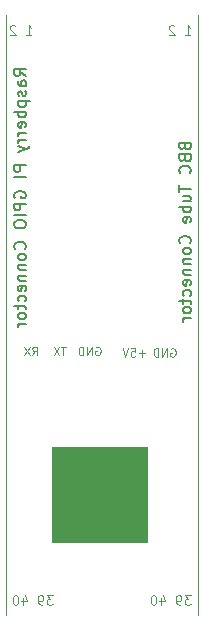
<source format=gbr>
%TF.GenerationSoftware,KiCad,Pcbnew,9.0.0*%
%TF.CreationDate,2025-03-31T20:31:44+01:00*%
%TF.ProjectId,TubeAdaptor,54756265-4164-4617-9074-6f722e6b6963,02a*%
%TF.SameCoordinates,Original*%
%TF.FileFunction,Legend,Bot*%
%TF.FilePolarity,Positive*%
%FSLAX46Y46*%
G04 Gerber Fmt 4.6, Leading zero omitted, Abs format (unit mm)*
G04 Created by KiCad (PCBNEW 9.0.0) date 2025-03-31 20:31:44*
%MOMM*%
%LPD*%
G01*
G04 APERTURE LIST*
%ADD10C,0.120000*%
%ADD11C,0.100000*%
%ADD12C,0.150000*%
G04 APERTURE END LIST*
D10*
X144932400Y-105410000D02*
X144932400Y-54610000D01*
X132630400Y-91188000D02*
X140630400Y-91188000D01*
X140630400Y-99188000D01*
X132630400Y-99188000D01*
X132630400Y-91188000D01*
G36*
X132630400Y-91188000D02*
G01*
X140630400Y-91188000D01*
X140630400Y-99188000D01*
X132630400Y-99188000D01*
X132630400Y-91188000D01*
G37*
X128676400Y-54610000D02*
X128676400Y-105410000D01*
D11*
X130403543Y-56244895D02*
X130860686Y-56244895D01*
X130632114Y-56244895D02*
X130632114Y-55444895D01*
X130632114Y-55444895D02*
X130708305Y-55559180D01*
X130708305Y-55559180D02*
X130784495Y-55635371D01*
X130784495Y-55635371D02*
X130860686Y-55673466D01*
X129489257Y-55521085D02*
X129451161Y-55482990D01*
X129451161Y-55482990D02*
X129374971Y-55444895D01*
X129374971Y-55444895D02*
X129184495Y-55444895D01*
X129184495Y-55444895D02*
X129108304Y-55482990D01*
X129108304Y-55482990D02*
X129070209Y-55521085D01*
X129070209Y-55521085D02*
X129032114Y-55597276D01*
X129032114Y-55597276D02*
X129032114Y-55673466D01*
X129032114Y-55673466D02*
X129070209Y-55787752D01*
X129070209Y-55787752D02*
X129527352Y-56244895D01*
X129527352Y-56244895D02*
X129032114Y-56244895D01*
X143865543Y-56244895D02*
X144322686Y-56244895D01*
X144094114Y-56244895D02*
X144094114Y-55444895D01*
X144094114Y-55444895D02*
X144170305Y-55559180D01*
X144170305Y-55559180D02*
X144246495Y-55635371D01*
X144246495Y-55635371D02*
X144322686Y-55673466D01*
X142951257Y-55521085D02*
X142913161Y-55482990D01*
X142913161Y-55482990D02*
X142836971Y-55444895D01*
X142836971Y-55444895D02*
X142646495Y-55444895D01*
X142646495Y-55444895D02*
X142570304Y-55482990D01*
X142570304Y-55482990D02*
X142532209Y-55521085D01*
X142532209Y-55521085D02*
X142494114Y-55597276D01*
X142494114Y-55597276D02*
X142494114Y-55673466D01*
X142494114Y-55673466D02*
X142532209Y-55787752D01*
X142532209Y-55787752D02*
X142989352Y-56244895D01*
X142989352Y-56244895D02*
X142494114Y-56244895D01*
D12*
X130401219Y-59742084D02*
X129925028Y-59408751D01*
X130401219Y-59170656D02*
X129401219Y-59170656D01*
X129401219Y-59170656D02*
X129401219Y-59551608D01*
X129401219Y-59551608D02*
X129448838Y-59646846D01*
X129448838Y-59646846D02*
X129496457Y-59694465D01*
X129496457Y-59694465D02*
X129591695Y-59742084D01*
X129591695Y-59742084D02*
X129734552Y-59742084D01*
X129734552Y-59742084D02*
X129829790Y-59694465D01*
X129829790Y-59694465D02*
X129877409Y-59646846D01*
X129877409Y-59646846D02*
X129925028Y-59551608D01*
X129925028Y-59551608D02*
X129925028Y-59170656D01*
X130401219Y-60599227D02*
X129877409Y-60599227D01*
X129877409Y-60599227D02*
X129782171Y-60551608D01*
X129782171Y-60551608D02*
X129734552Y-60456370D01*
X129734552Y-60456370D02*
X129734552Y-60265894D01*
X129734552Y-60265894D02*
X129782171Y-60170656D01*
X130353600Y-60599227D02*
X130401219Y-60503989D01*
X130401219Y-60503989D02*
X130401219Y-60265894D01*
X130401219Y-60265894D02*
X130353600Y-60170656D01*
X130353600Y-60170656D02*
X130258361Y-60123037D01*
X130258361Y-60123037D02*
X130163123Y-60123037D01*
X130163123Y-60123037D02*
X130067885Y-60170656D01*
X130067885Y-60170656D02*
X130020266Y-60265894D01*
X130020266Y-60265894D02*
X130020266Y-60503989D01*
X130020266Y-60503989D02*
X129972647Y-60599227D01*
X130353600Y-61027799D02*
X130401219Y-61123037D01*
X130401219Y-61123037D02*
X130401219Y-61313513D01*
X130401219Y-61313513D02*
X130353600Y-61408751D01*
X130353600Y-61408751D02*
X130258361Y-61456370D01*
X130258361Y-61456370D02*
X130210742Y-61456370D01*
X130210742Y-61456370D02*
X130115504Y-61408751D01*
X130115504Y-61408751D02*
X130067885Y-61313513D01*
X130067885Y-61313513D02*
X130067885Y-61170656D01*
X130067885Y-61170656D02*
X130020266Y-61075418D01*
X130020266Y-61075418D02*
X129925028Y-61027799D01*
X129925028Y-61027799D02*
X129877409Y-61027799D01*
X129877409Y-61027799D02*
X129782171Y-61075418D01*
X129782171Y-61075418D02*
X129734552Y-61170656D01*
X129734552Y-61170656D02*
X129734552Y-61313513D01*
X129734552Y-61313513D02*
X129782171Y-61408751D01*
X129734552Y-61884942D02*
X130734552Y-61884942D01*
X129782171Y-61884942D02*
X129734552Y-61980180D01*
X129734552Y-61980180D02*
X129734552Y-62170656D01*
X129734552Y-62170656D02*
X129782171Y-62265894D01*
X129782171Y-62265894D02*
X129829790Y-62313513D01*
X129829790Y-62313513D02*
X129925028Y-62361132D01*
X129925028Y-62361132D02*
X130210742Y-62361132D01*
X130210742Y-62361132D02*
X130305980Y-62313513D01*
X130305980Y-62313513D02*
X130353600Y-62265894D01*
X130353600Y-62265894D02*
X130401219Y-62170656D01*
X130401219Y-62170656D02*
X130401219Y-61980180D01*
X130401219Y-61980180D02*
X130353600Y-61884942D01*
X130401219Y-62789704D02*
X129401219Y-62789704D01*
X129782171Y-62789704D02*
X129734552Y-62884942D01*
X129734552Y-62884942D02*
X129734552Y-63075418D01*
X129734552Y-63075418D02*
X129782171Y-63170656D01*
X129782171Y-63170656D02*
X129829790Y-63218275D01*
X129829790Y-63218275D02*
X129925028Y-63265894D01*
X129925028Y-63265894D02*
X130210742Y-63265894D01*
X130210742Y-63265894D02*
X130305980Y-63218275D01*
X130305980Y-63218275D02*
X130353600Y-63170656D01*
X130353600Y-63170656D02*
X130401219Y-63075418D01*
X130401219Y-63075418D02*
X130401219Y-62884942D01*
X130401219Y-62884942D02*
X130353600Y-62789704D01*
X130353600Y-64075418D02*
X130401219Y-63980180D01*
X130401219Y-63980180D02*
X130401219Y-63789704D01*
X130401219Y-63789704D02*
X130353600Y-63694466D01*
X130353600Y-63694466D02*
X130258361Y-63646847D01*
X130258361Y-63646847D02*
X129877409Y-63646847D01*
X129877409Y-63646847D02*
X129782171Y-63694466D01*
X129782171Y-63694466D02*
X129734552Y-63789704D01*
X129734552Y-63789704D02*
X129734552Y-63980180D01*
X129734552Y-63980180D02*
X129782171Y-64075418D01*
X129782171Y-64075418D02*
X129877409Y-64123037D01*
X129877409Y-64123037D02*
X129972647Y-64123037D01*
X129972647Y-64123037D02*
X130067885Y-63646847D01*
X130401219Y-64551609D02*
X129734552Y-64551609D01*
X129925028Y-64551609D02*
X129829790Y-64599228D01*
X129829790Y-64599228D02*
X129782171Y-64646847D01*
X129782171Y-64646847D02*
X129734552Y-64742085D01*
X129734552Y-64742085D02*
X129734552Y-64837323D01*
X130401219Y-65170657D02*
X129734552Y-65170657D01*
X129925028Y-65170657D02*
X129829790Y-65218276D01*
X129829790Y-65218276D02*
X129782171Y-65265895D01*
X129782171Y-65265895D02*
X129734552Y-65361133D01*
X129734552Y-65361133D02*
X129734552Y-65456371D01*
X129734552Y-65694467D02*
X130401219Y-65932562D01*
X129734552Y-66170657D02*
X130401219Y-65932562D01*
X130401219Y-65932562D02*
X130639314Y-65837324D01*
X130639314Y-65837324D02*
X130686933Y-65789705D01*
X130686933Y-65789705D02*
X130734552Y-65694467D01*
X130401219Y-67313515D02*
X129401219Y-67313515D01*
X129401219Y-67313515D02*
X129401219Y-67694467D01*
X129401219Y-67694467D02*
X129448838Y-67789705D01*
X129448838Y-67789705D02*
X129496457Y-67837324D01*
X129496457Y-67837324D02*
X129591695Y-67884943D01*
X129591695Y-67884943D02*
X129734552Y-67884943D01*
X129734552Y-67884943D02*
X129829790Y-67837324D01*
X129829790Y-67837324D02*
X129877409Y-67789705D01*
X129877409Y-67789705D02*
X129925028Y-67694467D01*
X129925028Y-67694467D02*
X129925028Y-67313515D01*
X130401219Y-68313515D02*
X129401219Y-68313515D01*
X129448838Y-70075419D02*
X129401219Y-69980181D01*
X129401219Y-69980181D02*
X129401219Y-69837324D01*
X129401219Y-69837324D02*
X129448838Y-69694467D01*
X129448838Y-69694467D02*
X129544076Y-69599229D01*
X129544076Y-69599229D02*
X129639314Y-69551610D01*
X129639314Y-69551610D02*
X129829790Y-69503991D01*
X129829790Y-69503991D02*
X129972647Y-69503991D01*
X129972647Y-69503991D02*
X130163123Y-69551610D01*
X130163123Y-69551610D02*
X130258361Y-69599229D01*
X130258361Y-69599229D02*
X130353600Y-69694467D01*
X130353600Y-69694467D02*
X130401219Y-69837324D01*
X130401219Y-69837324D02*
X130401219Y-69932562D01*
X130401219Y-69932562D02*
X130353600Y-70075419D01*
X130353600Y-70075419D02*
X130305980Y-70123038D01*
X130305980Y-70123038D02*
X129972647Y-70123038D01*
X129972647Y-70123038D02*
X129972647Y-69932562D01*
X130401219Y-70551610D02*
X129401219Y-70551610D01*
X129401219Y-70551610D02*
X129401219Y-70932562D01*
X129401219Y-70932562D02*
X129448838Y-71027800D01*
X129448838Y-71027800D02*
X129496457Y-71075419D01*
X129496457Y-71075419D02*
X129591695Y-71123038D01*
X129591695Y-71123038D02*
X129734552Y-71123038D01*
X129734552Y-71123038D02*
X129829790Y-71075419D01*
X129829790Y-71075419D02*
X129877409Y-71027800D01*
X129877409Y-71027800D02*
X129925028Y-70932562D01*
X129925028Y-70932562D02*
X129925028Y-70551610D01*
X130401219Y-71551610D02*
X129401219Y-71551610D01*
X129401219Y-72218276D02*
X129401219Y-72408752D01*
X129401219Y-72408752D02*
X129448838Y-72503990D01*
X129448838Y-72503990D02*
X129544076Y-72599228D01*
X129544076Y-72599228D02*
X129734552Y-72646847D01*
X129734552Y-72646847D02*
X130067885Y-72646847D01*
X130067885Y-72646847D02*
X130258361Y-72599228D01*
X130258361Y-72599228D02*
X130353600Y-72503990D01*
X130353600Y-72503990D02*
X130401219Y-72408752D01*
X130401219Y-72408752D02*
X130401219Y-72218276D01*
X130401219Y-72218276D02*
X130353600Y-72123038D01*
X130353600Y-72123038D02*
X130258361Y-72027800D01*
X130258361Y-72027800D02*
X130067885Y-71980181D01*
X130067885Y-71980181D02*
X129734552Y-71980181D01*
X129734552Y-71980181D02*
X129544076Y-72027800D01*
X129544076Y-72027800D02*
X129448838Y-72123038D01*
X129448838Y-72123038D02*
X129401219Y-72218276D01*
X130305980Y-74408752D02*
X130353600Y-74361133D01*
X130353600Y-74361133D02*
X130401219Y-74218276D01*
X130401219Y-74218276D02*
X130401219Y-74123038D01*
X130401219Y-74123038D02*
X130353600Y-73980181D01*
X130353600Y-73980181D02*
X130258361Y-73884943D01*
X130258361Y-73884943D02*
X130163123Y-73837324D01*
X130163123Y-73837324D02*
X129972647Y-73789705D01*
X129972647Y-73789705D02*
X129829790Y-73789705D01*
X129829790Y-73789705D02*
X129639314Y-73837324D01*
X129639314Y-73837324D02*
X129544076Y-73884943D01*
X129544076Y-73884943D02*
X129448838Y-73980181D01*
X129448838Y-73980181D02*
X129401219Y-74123038D01*
X129401219Y-74123038D02*
X129401219Y-74218276D01*
X129401219Y-74218276D02*
X129448838Y-74361133D01*
X129448838Y-74361133D02*
X129496457Y-74408752D01*
X130401219Y-74980181D02*
X130353600Y-74884943D01*
X130353600Y-74884943D02*
X130305980Y-74837324D01*
X130305980Y-74837324D02*
X130210742Y-74789705D01*
X130210742Y-74789705D02*
X129925028Y-74789705D01*
X129925028Y-74789705D02*
X129829790Y-74837324D01*
X129829790Y-74837324D02*
X129782171Y-74884943D01*
X129782171Y-74884943D02*
X129734552Y-74980181D01*
X129734552Y-74980181D02*
X129734552Y-75123038D01*
X129734552Y-75123038D02*
X129782171Y-75218276D01*
X129782171Y-75218276D02*
X129829790Y-75265895D01*
X129829790Y-75265895D02*
X129925028Y-75313514D01*
X129925028Y-75313514D02*
X130210742Y-75313514D01*
X130210742Y-75313514D02*
X130305980Y-75265895D01*
X130305980Y-75265895D02*
X130353600Y-75218276D01*
X130353600Y-75218276D02*
X130401219Y-75123038D01*
X130401219Y-75123038D02*
X130401219Y-74980181D01*
X129734552Y-75742086D02*
X130401219Y-75742086D01*
X129829790Y-75742086D02*
X129782171Y-75789705D01*
X129782171Y-75789705D02*
X129734552Y-75884943D01*
X129734552Y-75884943D02*
X129734552Y-76027800D01*
X129734552Y-76027800D02*
X129782171Y-76123038D01*
X129782171Y-76123038D02*
X129877409Y-76170657D01*
X129877409Y-76170657D02*
X130401219Y-76170657D01*
X129734552Y-76646848D02*
X130401219Y-76646848D01*
X129829790Y-76646848D02*
X129782171Y-76694467D01*
X129782171Y-76694467D02*
X129734552Y-76789705D01*
X129734552Y-76789705D02*
X129734552Y-76932562D01*
X129734552Y-76932562D02*
X129782171Y-77027800D01*
X129782171Y-77027800D02*
X129877409Y-77075419D01*
X129877409Y-77075419D02*
X130401219Y-77075419D01*
X130353600Y-77932562D02*
X130401219Y-77837324D01*
X130401219Y-77837324D02*
X130401219Y-77646848D01*
X130401219Y-77646848D02*
X130353600Y-77551610D01*
X130353600Y-77551610D02*
X130258361Y-77503991D01*
X130258361Y-77503991D02*
X129877409Y-77503991D01*
X129877409Y-77503991D02*
X129782171Y-77551610D01*
X129782171Y-77551610D02*
X129734552Y-77646848D01*
X129734552Y-77646848D02*
X129734552Y-77837324D01*
X129734552Y-77837324D02*
X129782171Y-77932562D01*
X129782171Y-77932562D02*
X129877409Y-77980181D01*
X129877409Y-77980181D02*
X129972647Y-77980181D01*
X129972647Y-77980181D02*
X130067885Y-77503991D01*
X130353600Y-78837324D02*
X130401219Y-78742086D01*
X130401219Y-78742086D02*
X130401219Y-78551610D01*
X130401219Y-78551610D02*
X130353600Y-78456372D01*
X130353600Y-78456372D02*
X130305980Y-78408753D01*
X130305980Y-78408753D02*
X130210742Y-78361134D01*
X130210742Y-78361134D02*
X129925028Y-78361134D01*
X129925028Y-78361134D02*
X129829790Y-78408753D01*
X129829790Y-78408753D02*
X129782171Y-78456372D01*
X129782171Y-78456372D02*
X129734552Y-78551610D01*
X129734552Y-78551610D02*
X129734552Y-78742086D01*
X129734552Y-78742086D02*
X129782171Y-78837324D01*
X129734552Y-79123039D02*
X129734552Y-79503991D01*
X129401219Y-79265896D02*
X130258361Y-79265896D01*
X130258361Y-79265896D02*
X130353600Y-79313515D01*
X130353600Y-79313515D02*
X130401219Y-79408753D01*
X130401219Y-79408753D02*
X130401219Y-79503991D01*
X130401219Y-79980182D02*
X130353600Y-79884944D01*
X130353600Y-79884944D02*
X130305980Y-79837325D01*
X130305980Y-79837325D02*
X130210742Y-79789706D01*
X130210742Y-79789706D02*
X129925028Y-79789706D01*
X129925028Y-79789706D02*
X129829790Y-79837325D01*
X129829790Y-79837325D02*
X129782171Y-79884944D01*
X129782171Y-79884944D02*
X129734552Y-79980182D01*
X129734552Y-79980182D02*
X129734552Y-80123039D01*
X129734552Y-80123039D02*
X129782171Y-80218277D01*
X129782171Y-80218277D02*
X129829790Y-80265896D01*
X129829790Y-80265896D02*
X129925028Y-80313515D01*
X129925028Y-80313515D02*
X130210742Y-80313515D01*
X130210742Y-80313515D02*
X130305980Y-80265896D01*
X130305980Y-80265896D02*
X130353600Y-80218277D01*
X130353600Y-80218277D02*
X130401219Y-80123039D01*
X130401219Y-80123039D02*
X130401219Y-79980182D01*
X130401219Y-80742087D02*
X129734552Y-80742087D01*
X129925028Y-80742087D02*
X129829790Y-80789706D01*
X129829790Y-80789706D02*
X129782171Y-80837325D01*
X129782171Y-80837325D02*
X129734552Y-80932563D01*
X129734552Y-80932563D02*
X129734552Y-81027801D01*
D11*
X136321732Y-82709966D02*
X136388399Y-82676633D01*
X136388399Y-82676633D02*
X136488399Y-82676633D01*
X136488399Y-82676633D02*
X136588399Y-82709966D01*
X136588399Y-82709966D02*
X136655066Y-82776633D01*
X136655066Y-82776633D02*
X136688399Y-82843300D01*
X136688399Y-82843300D02*
X136721732Y-82976633D01*
X136721732Y-82976633D02*
X136721732Y-83076633D01*
X136721732Y-83076633D02*
X136688399Y-83209966D01*
X136688399Y-83209966D02*
X136655066Y-83276633D01*
X136655066Y-83276633D02*
X136588399Y-83343300D01*
X136588399Y-83343300D02*
X136488399Y-83376633D01*
X136488399Y-83376633D02*
X136421732Y-83376633D01*
X136421732Y-83376633D02*
X136321732Y-83343300D01*
X136321732Y-83343300D02*
X136288399Y-83309966D01*
X136288399Y-83309966D02*
X136288399Y-83076633D01*
X136288399Y-83076633D02*
X136421732Y-83076633D01*
X135988399Y-83376633D02*
X135988399Y-82676633D01*
X135988399Y-82676633D02*
X135588399Y-83376633D01*
X135588399Y-83376633D02*
X135588399Y-82676633D01*
X135255066Y-83376633D02*
X135255066Y-82676633D01*
X135255066Y-82676633D02*
X135088399Y-82676633D01*
X135088399Y-82676633D02*
X134988399Y-82709966D01*
X134988399Y-82709966D02*
X134921733Y-82776633D01*
X134921733Y-82776633D02*
X134888399Y-82843300D01*
X134888399Y-82843300D02*
X134855066Y-82976633D01*
X134855066Y-82976633D02*
X134855066Y-83076633D01*
X134855066Y-83076633D02*
X134888399Y-83209966D01*
X134888399Y-83209966D02*
X134921733Y-83276633D01*
X134921733Y-83276633D02*
X134988399Y-83343300D01*
X134988399Y-83343300D02*
X135088399Y-83376633D01*
X135088399Y-83376633D02*
X135255066Y-83376633D01*
X132676686Y-103704895D02*
X132181448Y-103704895D01*
X132181448Y-103704895D02*
X132448114Y-104009657D01*
X132448114Y-104009657D02*
X132333829Y-104009657D01*
X132333829Y-104009657D02*
X132257638Y-104047752D01*
X132257638Y-104047752D02*
X132219543Y-104085847D01*
X132219543Y-104085847D02*
X132181448Y-104162038D01*
X132181448Y-104162038D02*
X132181448Y-104352514D01*
X132181448Y-104352514D02*
X132219543Y-104428704D01*
X132219543Y-104428704D02*
X132257638Y-104466800D01*
X132257638Y-104466800D02*
X132333829Y-104504895D01*
X132333829Y-104504895D02*
X132562400Y-104504895D01*
X132562400Y-104504895D02*
X132638591Y-104466800D01*
X132638591Y-104466800D02*
X132676686Y-104428704D01*
X131800495Y-104504895D02*
X131648114Y-104504895D01*
X131648114Y-104504895D02*
X131571924Y-104466800D01*
X131571924Y-104466800D02*
X131533828Y-104428704D01*
X131533828Y-104428704D02*
X131457638Y-104314419D01*
X131457638Y-104314419D02*
X131419543Y-104162038D01*
X131419543Y-104162038D02*
X131419543Y-103857276D01*
X131419543Y-103857276D02*
X131457638Y-103781085D01*
X131457638Y-103781085D02*
X131495733Y-103742990D01*
X131495733Y-103742990D02*
X131571924Y-103704895D01*
X131571924Y-103704895D02*
X131724305Y-103704895D01*
X131724305Y-103704895D02*
X131800495Y-103742990D01*
X131800495Y-103742990D02*
X131838590Y-103781085D01*
X131838590Y-103781085D02*
X131876686Y-103857276D01*
X131876686Y-103857276D02*
X131876686Y-104047752D01*
X131876686Y-104047752D02*
X131838590Y-104123942D01*
X131838590Y-104123942D02*
X131800495Y-104162038D01*
X131800495Y-104162038D02*
X131724305Y-104200133D01*
X131724305Y-104200133D02*
X131571924Y-104200133D01*
X131571924Y-104200133D02*
X131495733Y-104162038D01*
X131495733Y-104162038D02*
X131457638Y-104123942D01*
X131457638Y-104123942D02*
X131419543Y-104047752D01*
X130124304Y-103971561D02*
X130124304Y-104504895D01*
X130314780Y-103666800D02*
X130505257Y-104238228D01*
X130505257Y-104238228D02*
X130010018Y-104238228D01*
X129552875Y-103704895D02*
X129476685Y-103704895D01*
X129476685Y-103704895D02*
X129400494Y-103742990D01*
X129400494Y-103742990D02*
X129362399Y-103781085D01*
X129362399Y-103781085D02*
X129324304Y-103857276D01*
X129324304Y-103857276D02*
X129286209Y-104009657D01*
X129286209Y-104009657D02*
X129286209Y-104200133D01*
X129286209Y-104200133D02*
X129324304Y-104352514D01*
X129324304Y-104352514D02*
X129362399Y-104428704D01*
X129362399Y-104428704D02*
X129400494Y-104466800D01*
X129400494Y-104466800D02*
X129476685Y-104504895D01*
X129476685Y-104504895D02*
X129552875Y-104504895D01*
X129552875Y-104504895D02*
X129629066Y-104466800D01*
X129629066Y-104466800D02*
X129667161Y-104428704D01*
X129667161Y-104428704D02*
X129705256Y-104352514D01*
X129705256Y-104352514D02*
X129743352Y-104200133D01*
X129743352Y-104200133D02*
X129743352Y-104009657D01*
X129743352Y-104009657D02*
X129705256Y-103857276D01*
X129705256Y-103857276D02*
X129667161Y-103781085D01*
X129667161Y-103781085D02*
X129629066Y-103742990D01*
X129629066Y-103742990D02*
X129552875Y-103704895D01*
X130952066Y-83376633D02*
X131185399Y-83043300D01*
X131352066Y-83376633D02*
X131352066Y-82676633D01*
X131352066Y-82676633D02*
X131085399Y-82676633D01*
X131085399Y-82676633D02*
X131018733Y-82709966D01*
X131018733Y-82709966D02*
X130985399Y-82743300D01*
X130985399Y-82743300D02*
X130952066Y-82809966D01*
X130952066Y-82809966D02*
X130952066Y-82909966D01*
X130952066Y-82909966D02*
X130985399Y-82976633D01*
X130985399Y-82976633D02*
X131018733Y-83009966D01*
X131018733Y-83009966D02*
X131085399Y-83043300D01*
X131085399Y-83043300D02*
X131352066Y-83043300D01*
X130718733Y-82676633D02*
X130252066Y-83376633D01*
X130252066Y-82676633D02*
X130718733Y-83376633D01*
X133781733Y-82676633D02*
X133381733Y-82676633D01*
X133581733Y-83376633D02*
X133581733Y-82676633D01*
X133215067Y-82676633D02*
X132748400Y-83376633D01*
X132748400Y-82676633D02*
X133215067Y-83376633D01*
X140498400Y-83236966D02*
X139965067Y-83236966D01*
X140231733Y-83503633D02*
X140231733Y-82970300D01*
X139298400Y-82803633D02*
X139631733Y-82803633D01*
X139631733Y-82803633D02*
X139665066Y-83136966D01*
X139665066Y-83136966D02*
X139631733Y-83103633D01*
X139631733Y-83103633D02*
X139565066Y-83070300D01*
X139565066Y-83070300D02*
X139398400Y-83070300D01*
X139398400Y-83070300D02*
X139331733Y-83103633D01*
X139331733Y-83103633D02*
X139298400Y-83136966D01*
X139298400Y-83136966D02*
X139265066Y-83203633D01*
X139265066Y-83203633D02*
X139265066Y-83370300D01*
X139265066Y-83370300D02*
X139298400Y-83436966D01*
X139298400Y-83436966D02*
X139331733Y-83470300D01*
X139331733Y-83470300D02*
X139398400Y-83503633D01*
X139398400Y-83503633D02*
X139565066Y-83503633D01*
X139565066Y-83503633D02*
X139631733Y-83470300D01*
X139631733Y-83470300D02*
X139665066Y-83436966D01*
X139065066Y-82803633D02*
X138831733Y-83503633D01*
X138831733Y-83503633D02*
X138598399Y-82803633D01*
X142671732Y-82836966D02*
X142738399Y-82803633D01*
X142738399Y-82803633D02*
X142838399Y-82803633D01*
X142838399Y-82803633D02*
X142938399Y-82836966D01*
X142938399Y-82836966D02*
X143005066Y-82903633D01*
X143005066Y-82903633D02*
X143038399Y-82970300D01*
X143038399Y-82970300D02*
X143071732Y-83103633D01*
X143071732Y-83103633D02*
X143071732Y-83203633D01*
X143071732Y-83203633D02*
X143038399Y-83336966D01*
X143038399Y-83336966D02*
X143005066Y-83403633D01*
X143005066Y-83403633D02*
X142938399Y-83470300D01*
X142938399Y-83470300D02*
X142838399Y-83503633D01*
X142838399Y-83503633D02*
X142771732Y-83503633D01*
X142771732Y-83503633D02*
X142671732Y-83470300D01*
X142671732Y-83470300D02*
X142638399Y-83436966D01*
X142638399Y-83436966D02*
X142638399Y-83203633D01*
X142638399Y-83203633D02*
X142771732Y-83203633D01*
X142338399Y-83503633D02*
X142338399Y-82803633D01*
X142338399Y-82803633D02*
X141938399Y-83503633D01*
X141938399Y-83503633D02*
X141938399Y-82803633D01*
X141605066Y-83503633D02*
X141605066Y-82803633D01*
X141605066Y-82803633D02*
X141438399Y-82803633D01*
X141438399Y-82803633D02*
X141338399Y-82836966D01*
X141338399Y-82836966D02*
X141271733Y-82903633D01*
X141271733Y-82903633D02*
X141238399Y-82970300D01*
X141238399Y-82970300D02*
X141205066Y-83103633D01*
X141205066Y-83103633D02*
X141205066Y-83203633D01*
X141205066Y-83203633D02*
X141238399Y-83336966D01*
X141238399Y-83336966D02*
X141271733Y-83403633D01*
X141271733Y-83403633D02*
X141338399Y-83470300D01*
X141338399Y-83470300D02*
X141438399Y-83503633D01*
X141438399Y-83503633D02*
X141605066Y-83503633D01*
X144360686Y-103704895D02*
X143865448Y-103704895D01*
X143865448Y-103704895D02*
X144132114Y-104009657D01*
X144132114Y-104009657D02*
X144017829Y-104009657D01*
X144017829Y-104009657D02*
X143941638Y-104047752D01*
X143941638Y-104047752D02*
X143903543Y-104085847D01*
X143903543Y-104085847D02*
X143865448Y-104162038D01*
X143865448Y-104162038D02*
X143865448Y-104352514D01*
X143865448Y-104352514D02*
X143903543Y-104428704D01*
X143903543Y-104428704D02*
X143941638Y-104466800D01*
X143941638Y-104466800D02*
X144017829Y-104504895D01*
X144017829Y-104504895D02*
X144246400Y-104504895D01*
X144246400Y-104504895D02*
X144322591Y-104466800D01*
X144322591Y-104466800D02*
X144360686Y-104428704D01*
X143484495Y-104504895D02*
X143332114Y-104504895D01*
X143332114Y-104504895D02*
X143255924Y-104466800D01*
X143255924Y-104466800D02*
X143217828Y-104428704D01*
X143217828Y-104428704D02*
X143141638Y-104314419D01*
X143141638Y-104314419D02*
X143103543Y-104162038D01*
X143103543Y-104162038D02*
X143103543Y-103857276D01*
X143103543Y-103857276D02*
X143141638Y-103781085D01*
X143141638Y-103781085D02*
X143179733Y-103742990D01*
X143179733Y-103742990D02*
X143255924Y-103704895D01*
X143255924Y-103704895D02*
X143408305Y-103704895D01*
X143408305Y-103704895D02*
X143484495Y-103742990D01*
X143484495Y-103742990D02*
X143522590Y-103781085D01*
X143522590Y-103781085D02*
X143560686Y-103857276D01*
X143560686Y-103857276D02*
X143560686Y-104047752D01*
X143560686Y-104047752D02*
X143522590Y-104123942D01*
X143522590Y-104123942D02*
X143484495Y-104162038D01*
X143484495Y-104162038D02*
X143408305Y-104200133D01*
X143408305Y-104200133D02*
X143255924Y-104200133D01*
X143255924Y-104200133D02*
X143179733Y-104162038D01*
X143179733Y-104162038D02*
X143141638Y-104123942D01*
X143141638Y-104123942D02*
X143103543Y-104047752D01*
X141808304Y-103971561D02*
X141808304Y-104504895D01*
X141998780Y-103666800D02*
X142189257Y-104238228D01*
X142189257Y-104238228D02*
X141694018Y-104238228D01*
X141236875Y-103704895D02*
X141160685Y-103704895D01*
X141160685Y-103704895D02*
X141084494Y-103742990D01*
X141084494Y-103742990D02*
X141046399Y-103781085D01*
X141046399Y-103781085D02*
X141008304Y-103857276D01*
X141008304Y-103857276D02*
X140970209Y-104009657D01*
X140970209Y-104009657D02*
X140970209Y-104200133D01*
X140970209Y-104200133D02*
X141008304Y-104352514D01*
X141008304Y-104352514D02*
X141046399Y-104428704D01*
X141046399Y-104428704D02*
X141084494Y-104466800D01*
X141084494Y-104466800D02*
X141160685Y-104504895D01*
X141160685Y-104504895D02*
X141236875Y-104504895D01*
X141236875Y-104504895D02*
X141313066Y-104466800D01*
X141313066Y-104466800D02*
X141351161Y-104428704D01*
X141351161Y-104428704D02*
X141389256Y-104352514D01*
X141389256Y-104352514D02*
X141427352Y-104200133D01*
X141427352Y-104200133D02*
X141427352Y-104009657D01*
X141427352Y-104009657D02*
X141389256Y-103857276D01*
X141389256Y-103857276D02*
X141351161Y-103781085D01*
X141351161Y-103781085D02*
X141313066Y-103742990D01*
X141313066Y-103742990D02*
X141236875Y-103704895D01*
D12*
X143847409Y-65731332D02*
X143895028Y-65874189D01*
X143895028Y-65874189D02*
X143942647Y-65921808D01*
X143942647Y-65921808D02*
X144037885Y-65969427D01*
X144037885Y-65969427D02*
X144180742Y-65969427D01*
X144180742Y-65969427D02*
X144275980Y-65921808D01*
X144275980Y-65921808D02*
X144323600Y-65874189D01*
X144323600Y-65874189D02*
X144371219Y-65778951D01*
X144371219Y-65778951D02*
X144371219Y-65397999D01*
X144371219Y-65397999D02*
X143371219Y-65397999D01*
X143371219Y-65397999D02*
X143371219Y-65731332D01*
X143371219Y-65731332D02*
X143418838Y-65826570D01*
X143418838Y-65826570D02*
X143466457Y-65874189D01*
X143466457Y-65874189D02*
X143561695Y-65921808D01*
X143561695Y-65921808D02*
X143656933Y-65921808D01*
X143656933Y-65921808D02*
X143752171Y-65874189D01*
X143752171Y-65874189D02*
X143799790Y-65826570D01*
X143799790Y-65826570D02*
X143847409Y-65731332D01*
X143847409Y-65731332D02*
X143847409Y-65397999D01*
X143847409Y-66731332D02*
X143895028Y-66874189D01*
X143895028Y-66874189D02*
X143942647Y-66921808D01*
X143942647Y-66921808D02*
X144037885Y-66969427D01*
X144037885Y-66969427D02*
X144180742Y-66969427D01*
X144180742Y-66969427D02*
X144275980Y-66921808D01*
X144275980Y-66921808D02*
X144323600Y-66874189D01*
X144323600Y-66874189D02*
X144371219Y-66778951D01*
X144371219Y-66778951D02*
X144371219Y-66397999D01*
X144371219Y-66397999D02*
X143371219Y-66397999D01*
X143371219Y-66397999D02*
X143371219Y-66731332D01*
X143371219Y-66731332D02*
X143418838Y-66826570D01*
X143418838Y-66826570D02*
X143466457Y-66874189D01*
X143466457Y-66874189D02*
X143561695Y-66921808D01*
X143561695Y-66921808D02*
X143656933Y-66921808D01*
X143656933Y-66921808D02*
X143752171Y-66874189D01*
X143752171Y-66874189D02*
X143799790Y-66826570D01*
X143799790Y-66826570D02*
X143847409Y-66731332D01*
X143847409Y-66731332D02*
X143847409Y-66397999D01*
X144275980Y-67969427D02*
X144323600Y-67921808D01*
X144323600Y-67921808D02*
X144371219Y-67778951D01*
X144371219Y-67778951D02*
X144371219Y-67683713D01*
X144371219Y-67683713D02*
X144323600Y-67540856D01*
X144323600Y-67540856D02*
X144228361Y-67445618D01*
X144228361Y-67445618D02*
X144133123Y-67397999D01*
X144133123Y-67397999D02*
X143942647Y-67350380D01*
X143942647Y-67350380D02*
X143799790Y-67350380D01*
X143799790Y-67350380D02*
X143609314Y-67397999D01*
X143609314Y-67397999D02*
X143514076Y-67445618D01*
X143514076Y-67445618D02*
X143418838Y-67540856D01*
X143418838Y-67540856D02*
X143371219Y-67683713D01*
X143371219Y-67683713D02*
X143371219Y-67778951D01*
X143371219Y-67778951D02*
X143418838Y-67921808D01*
X143418838Y-67921808D02*
X143466457Y-67969427D01*
X143371219Y-69017047D02*
X143371219Y-69588475D01*
X144371219Y-69302761D02*
X143371219Y-69302761D01*
X143704552Y-70350380D02*
X144371219Y-70350380D01*
X143704552Y-69921809D02*
X144228361Y-69921809D01*
X144228361Y-69921809D02*
X144323600Y-69969428D01*
X144323600Y-69969428D02*
X144371219Y-70064666D01*
X144371219Y-70064666D02*
X144371219Y-70207523D01*
X144371219Y-70207523D02*
X144323600Y-70302761D01*
X144323600Y-70302761D02*
X144275980Y-70350380D01*
X144371219Y-70826571D02*
X143371219Y-70826571D01*
X143752171Y-70826571D02*
X143704552Y-70921809D01*
X143704552Y-70921809D02*
X143704552Y-71112285D01*
X143704552Y-71112285D02*
X143752171Y-71207523D01*
X143752171Y-71207523D02*
X143799790Y-71255142D01*
X143799790Y-71255142D02*
X143895028Y-71302761D01*
X143895028Y-71302761D02*
X144180742Y-71302761D01*
X144180742Y-71302761D02*
X144275980Y-71255142D01*
X144275980Y-71255142D02*
X144323600Y-71207523D01*
X144323600Y-71207523D02*
X144371219Y-71112285D01*
X144371219Y-71112285D02*
X144371219Y-70921809D01*
X144371219Y-70921809D02*
X144323600Y-70826571D01*
X144323600Y-72112285D02*
X144371219Y-72017047D01*
X144371219Y-72017047D02*
X144371219Y-71826571D01*
X144371219Y-71826571D02*
X144323600Y-71731333D01*
X144323600Y-71731333D02*
X144228361Y-71683714D01*
X144228361Y-71683714D02*
X143847409Y-71683714D01*
X143847409Y-71683714D02*
X143752171Y-71731333D01*
X143752171Y-71731333D02*
X143704552Y-71826571D01*
X143704552Y-71826571D02*
X143704552Y-72017047D01*
X143704552Y-72017047D02*
X143752171Y-72112285D01*
X143752171Y-72112285D02*
X143847409Y-72159904D01*
X143847409Y-72159904D02*
X143942647Y-72159904D01*
X143942647Y-72159904D02*
X144037885Y-71683714D01*
X144275980Y-73921809D02*
X144323600Y-73874190D01*
X144323600Y-73874190D02*
X144371219Y-73731333D01*
X144371219Y-73731333D02*
X144371219Y-73636095D01*
X144371219Y-73636095D02*
X144323600Y-73493238D01*
X144323600Y-73493238D02*
X144228361Y-73398000D01*
X144228361Y-73398000D02*
X144133123Y-73350381D01*
X144133123Y-73350381D02*
X143942647Y-73302762D01*
X143942647Y-73302762D02*
X143799790Y-73302762D01*
X143799790Y-73302762D02*
X143609314Y-73350381D01*
X143609314Y-73350381D02*
X143514076Y-73398000D01*
X143514076Y-73398000D02*
X143418838Y-73493238D01*
X143418838Y-73493238D02*
X143371219Y-73636095D01*
X143371219Y-73636095D02*
X143371219Y-73731333D01*
X143371219Y-73731333D02*
X143418838Y-73874190D01*
X143418838Y-73874190D02*
X143466457Y-73921809D01*
X144371219Y-74493238D02*
X144323600Y-74398000D01*
X144323600Y-74398000D02*
X144275980Y-74350381D01*
X144275980Y-74350381D02*
X144180742Y-74302762D01*
X144180742Y-74302762D02*
X143895028Y-74302762D01*
X143895028Y-74302762D02*
X143799790Y-74350381D01*
X143799790Y-74350381D02*
X143752171Y-74398000D01*
X143752171Y-74398000D02*
X143704552Y-74493238D01*
X143704552Y-74493238D02*
X143704552Y-74636095D01*
X143704552Y-74636095D02*
X143752171Y-74731333D01*
X143752171Y-74731333D02*
X143799790Y-74778952D01*
X143799790Y-74778952D02*
X143895028Y-74826571D01*
X143895028Y-74826571D02*
X144180742Y-74826571D01*
X144180742Y-74826571D02*
X144275980Y-74778952D01*
X144275980Y-74778952D02*
X144323600Y-74731333D01*
X144323600Y-74731333D02*
X144371219Y-74636095D01*
X144371219Y-74636095D02*
X144371219Y-74493238D01*
X143704552Y-75255143D02*
X144371219Y-75255143D01*
X143799790Y-75255143D02*
X143752171Y-75302762D01*
X143752171Y-75302762D02*
X143704552Y-75398000D01*
X143704552Y-75398000D02*
X143704552Y-75540857D01*
X143704552Y-75540857D02*
X143752171Y-75636095D01*
X143752171Y-75636095D02*
X143847409Y-75683714D01*
X143847409Y-75683714D02*
X144371219Y-75683714D01*
X143704552Y-76159905D02*
X144371219Y-76159905D01*
X143799790Y-76159905D02*
X143752171Y-76207524D01*
X143752171Y-76207524D02*
X143704552Y-76302762D01*
X143704552Y-76302762D02*
X143704552Y-76445619D01*
X143704552Y-76445619D02*
X143752171Y-76540857D01*
X143752171Y-76540857D02*
X143847409Y-76588476D01*
X143847409Y-76588476D02*
X144371219Y-76588476D01*
X144323600Y-77445619D02*
X144371219Y-77350381D01*
X144371219Y-77350381D02*
X144371219Y-77159905D01*
X144371219Y-77159905D02*
X144323600Y-77064667D01*
X144323600Y-77064667D02*
X144228361Y-77017048D01*
X144228361Y-77017048D02*
X143847409Y-77017048D01*
X143847409Y-77017048D02*
X143752171Y-77064667D01*
X143752171Y-77064667D02*
X143704552Y-77159905D01*
X143704552Y-77159905D02*
X143704552Y-77350381D01*
X143704552Y-77350381D02*
X143752171Y-77445619D01*
X143752171Y-77445619D02*
X143847409Y-77493238D01*
X143847409Y-77493238D02*
X143942647Y-77493238D01*
X143942647Y-77493238D02*
X144037885Y-77017048D01*
X144323600Y-78350381D02*
X144371219Y-78255143D01*
X144371219Y-78255143D02*
X144371219Y-78064667D01*
X144371219Y-78064667D02*
X144323600Y-77969429D01*
X144323600Y-77969429D02*
X144275980Y-77921810D01*
X144275980Y-77921810D02*
X144180742Y-77874191D01*
X144180742Y-77874191D02*
X143895028Y-77874191D01*
X143895028Y-77874191D02*
X143799790Y-77921810D01*
X143799790Y-77921810D02*
X143752171Y-77969429D01*
X143752171Y-77969429D02*
X143704552Y-78064667D01*
X143704552Y-78064667D02*
X143704552Y-78255143D01*
X143704552Y-78255143D02*
X143752171Y-78350381D01*
X143704552Y-78636096D02*
X143704552Y-79017048D01*
X143371219Y-78778953D02*
X144228361Y-78778953D01*
X144228361Y-78778953D02*
X144323600Y-78826572D01*
X144323600Y-78826572D02*
X144371219Y-78921810D01*
X144371219Y-78921810D02*
X144371219Y-79017048D01*
X144371219Y-79493239D02*
X144323600Y-79398001D01*
X144323600Y-79398001D02*
X144275980Y-79350382D01*
X144275980Y-79350382D02*
X144180742Y-79302763D01*
X144180742Y-79302763D02*
X143895028Y-79302763D01*
X143895028Y-79302763D02*
X143799790Y-79350382D01*
X143799790Y-79350382D02*
X143752171Y-79398001D01*
X143752171Y-79398001D02*
X143704552Y-79493239D01*
X143704552Y-79493239D02*
X143704552Y-79636096D01*
X143704552Y-79636096D02*
X143752171Y-79731334D01*
X143752171Y-79731334D02*
X143799790Y-79778953D01*
X143799790Y-79778953D02*
X143895028Y-79826572D01*
X143895028Y-79826572D02*
X144180742Y-79826572D01*
X144180742Y-79826572D02*
X144275980Y-79778953D01*
X144275980Y-79778953D02*
X144323600Y-79731334D01*
X144323600Y-79731334D02*
X144371219Y-79636096D01*
X144371219Y-79636096D02*
X144371219Y-79493239D01*
X144371219Y-80255144D02*
X143704552Y-80255144D01*
X143895028Y-80255144D02*
X143799790Y-80302763D01*
X143799790Y-80302763D02*
X143752171Y-80350382D01*
X143752171Y-80350382D02*
X143704552Y-80445620D01*
X143704552Y-80445620D02*
X143704552Y-80540858D01*
M02*

</source>
